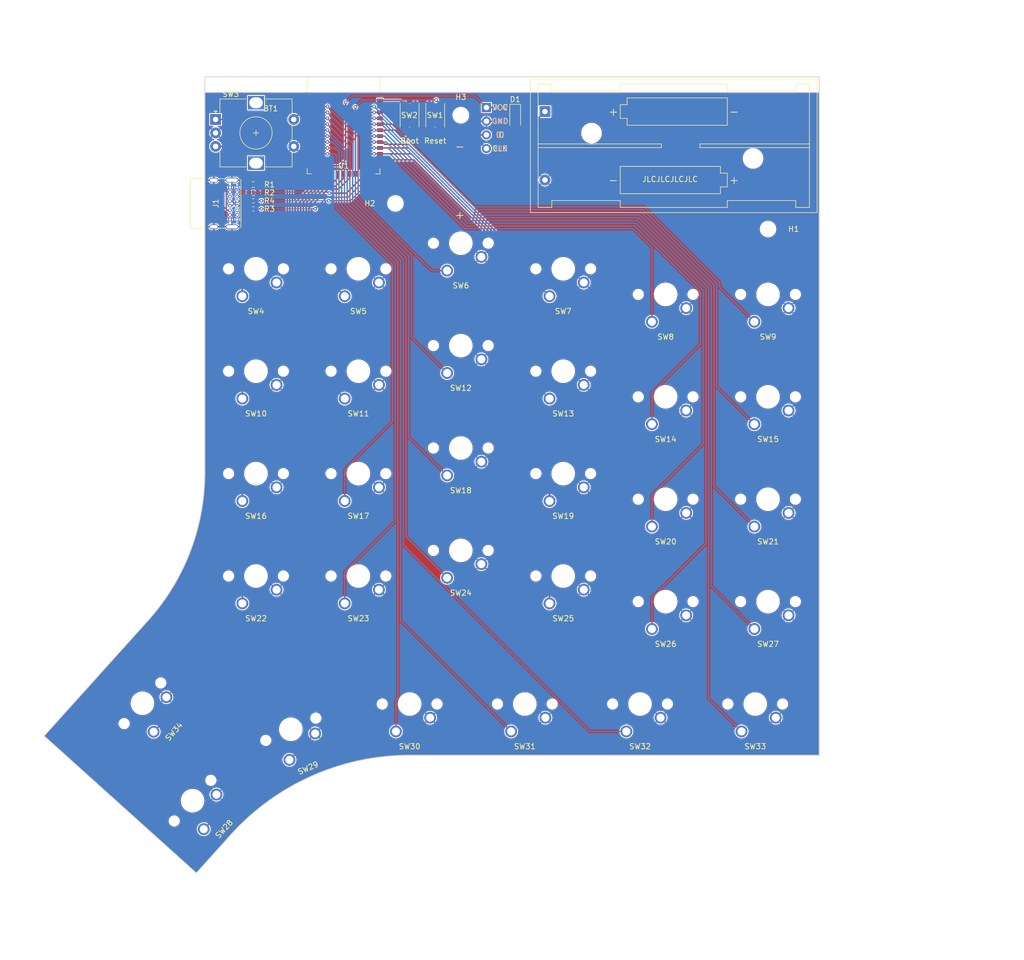
<source format=kicad_pcb>
(kicad_pcb (version 20210623) (generator pcbnew)
  (layers (0 "F.Cu" signal) (31 "B.Cu" signal) (34 "B.Paste" user) (35 "F.Paste" user) (36 "B.SilkS" user "B.Silkscreen") (37 "F.SilkS" user "F.Silkscreen") (38 "B.Mask" user) (39 "F.Mask" user) (44 "Edge.Cuts" user))
  (net 0 "")
  (net 1 "GND")
  (net 2 "VCC")
  (net 3 "ROT_B")
  (net 4 "ROT_A")
  (net 5 "S00")
  (net 6 "S01")
  (net 7 "S02")
  (net 8 "S03")
  (net 9 "S04")
  (net 10 "S05")
  (net 11 "S10")
  (net 12 "S11")
  (net 13 "S12")
  (net 14 "S13")
  (net 15 "S14")
  (net 16 "S15")
  (net 17 "S20")
  (net 18 "S21")
  (net 19 "S22")
  (net 20 "S23")
  (net 21 "S24")
  (net 22 "S25")
  (net 23 "S30")
  (net 24 "S31")
  (net 25 "S32")
  (net 26 "S33")
  (net 27 "S34")
  (net 28 "S35")
  (net 29 "S40")
  (net 30 "S41")
  (net 31 "S42")
  (net 32 "S43")
  (net 33 "S44")
  (net 34 "S45")
  (net 35 "S50")
  (net 36 "SWDIO")
  (net 37 "SWCLK")
  (net 38 "ROT_Switch")
  (net 43 "VBUS")
  (net 44 "D-")
  (net 45 "D+")
  (net 49 "RESET")
  (net 51 "BOOT")
  (net 52 "Net-(J1-PadA5)")
  (net 53 "Net-(J1-PadA6)")
  (net 54 "Net-(J1-PadA7)")
  (net 57 "Net-(J1-PadB5)")
  (net 58 "Net-(BT1-Pad1)")
  (footprint "blackwing:SW_Cherry_MX_1.00u_PCB" (layer "F.Cu") (at 181.85567 121.463724 180)
    (fp_text reference "SW27")
    (fp_text value "SW_Push")
  )
  (footprint "blackwing:SW_Cherry_MX_1.75u_PCB" (layer "F.Cu") (at 70.402309 140.530366 -132)
    (fp_text reference "SW34")
    (fp_text value "SW_Push")
  )
  (footprint "blackwing:SW_Cherry_MX_1.00u_PCB" (layer "F.Cu") (at 158.10567 140.463725 180)
    (fp_text reference "SW32")
    (fp_text value "SW_Push")
  )
  (footprint "blackwing:SW_Cherry_MX_1.00u_PCB" (layer "F.Cu") (at 162.85567 121.463725 180)
    (fp_text reference "SW26")
    (fp_text value "SW_Push")
  )
  (footprint "blackwing:SW_Cherry_MX_1.00u_PCB" (layer "F.Cu") (at 79.697254 158.601495 -132)
    (fp_text reference "SW28")
    (fp_text value "SW_Push")
  )
  (footprint "blackwing:SW_Cherry_MX_1.00u_PCB" (layer "F.Cu") (at 95.598488 145.742647 -156)
    (fp_text reference "SW29")
    (fp_text value "SW_Push")
  )
  (footprint "blackwing:SW_Cherry_MX_1.00u_PCB" (layer "F.Cu") (at 115.35567 140.463725 180)
    (fp_text reference "SW30")
    (fp_text value "SW_Push")
  )
  (footprint "blackwing:SW_Cherry_MX_1.25u_PCB" (layer "F.Cu") (at 136.730671 140.463725 180)
    (fp_text reference "SW31")
    (fp_text value "SW_Push")
  )
  (footprint "blackwing:SW_Cherry_MX_1.25u_PCB" (layer "F.Cu") (at 179.480672 140.463725 180)
    (fp_text reference "SW33")
    (fp_text value "SW_Push")
  )
  (footprint "blackwing:Programming_Header" (layer "F.Cu") (at 132.14567 24.708724)
    (fp_text reference "J2" hide)
    (fp_text value "Conn_01x04")
  )
  (footprint "blackwing:SW_Cherry_MX_1.00u_PCB" (layer "F.Cu") (at 105.855671 97.713726 180)
    (fp_text reference "SW17")
    (fp_text value "SW_Push")
  )
  (footprint "blackwing:SW_Cherry_MX_1.00u_PCB" (layer "F.Cu") (at 86.855672 97.713725 180)
    (fp_text reference "SW16")
    (fp_text value "SW_Push")
  )
  (footprint "blackwing:SW_Cherry_MX_1.00u_PCB" (layer "F.Cu") (at 181.855671 83.463725 180)
    (fp_text reference "SW15")
    (fp_text value "SW_Push")
  )
  (footprint "blackwing:SW_Cherry_MX_1.00u_PCB" (layer "F.Cu") (at 162.855671 83.463725 180)
    (fp_text reference "SW14")
    (fp_text value "SW_Push")
  )
  (footprint "blackwing:SW_Cherry_MX_1.00u_PCB" (layer "F.Cu") (at 143.855671 78.713726 180)
    (fp_text reference "SW13")
    (fp_text value "SW_Push")
  )
  (footprint "blackwing:SW_Cherry_MX_1.00u_PCB" (layer "F.Cu") (at 124.855672 73.963725 180)
    (fp_text reference "SW12")
    (fp_text value "SW_Push")
  )
  (footprint "blackwing:SW_Cherry_MX_1.00u_PCB" (layer "F.Cu") (at 105.85567 78.713725 180)
    (fp_text reference "SW11")
    (fp_text value "SW_Push")
  )
  (footprint "blackwing:SW_Cherry_MX_1.00u_PCB" (layer "F.Cu") (at 86.85567 78.713724 180)
    (fp_text reference "SW10")
    (fp_text value "SW_Push")
  )
  (footprint "blackwing:SW_Cherry_MX_1.00u_PCB" (layer "F.Cu") (at 181.85567 64.463725 180)
    (fp_text reference "SW9")
    (fp_text value "SW_Push")
  )
  (footprint "blackwing:SW_Cherry_MX_1.00u_PCB" (layer "F.Cu") (at 162.855671 64.463724 180)
    (fp_text reference "SW8")
    (fp_text value "SW_Push")
  )
  (footprint "blackwing:SW_Cherry_MX_1.00u_PCB" (layer "F.Cu") (at 143.85567 59.713726 180)
    (fp_text reference "SW7")
    (fp_text value "SW_Push")
  )
  (footprint "blackwing:SW_Cherry_MX_1.00u_PCB" (layer "F.Cu") (at 124.85567 54.963725 180)
    (fp_text reference "SW6")
    (fp_text value "SW_Push")
  )
  (footprint "blackwing:SW_Cherry_MX_1.00u_PCB" (layer "F.Cu") (at 105.855671 59.713724 180)
    (fp_text reference "SW5")
    (fp_text value "SW_Push")
  )
  (footprint "blackwing:SW_Cherry_MX_1.00u_PCB" (layer "F.Cu") (at 86.855671 59.713726 180)
    (fp_text reference "SW4")
    (fp_text value "SW_Push")
  )
  (footprint "blackwing:SW_Cherry_MX_1.00u_PCB" (layer "F.Cu") (at 143.855671 97.713725 180)
    (fp_text reference "SW19")
    (fp_text value "SW_Push")
  )
  (footprint "blackwing:SW_Cherry_MX_1.00u_PCB" (layer "F.Cu") (at 162.855671 102.463725 180)
    (fp_text reference "SW20")
    (fp_text value "SW_Push")
  )
  (footprint "blackwing:SW_Cherry_MX_1.00u_PCB" (layer "F.Cu") (at 181.85567 102.463725 180)
    (fp_text reference "SW21")
    (fp_text value "SW_Push")
  )
  (footprint "blackwing:SW_Cherry_MX_1.00u_PCB" (layer "F.Cu") (at 86.855671 116.713724 180)
    (fp_text reference "SW22")
    (fp_text value "SW_Push")
  )
  (footprint "blackwing:SW_Cherry_MX_1.00u_PCB" (layer "F.Cu") (at 105.85567 116.713726 180)
    (fp_text reference "SW23")
    (fp_text value "SW_Push")
  )
  (footprint "blackwing:SW_Cherry_MX_1.00u_PCB" (layer "F.Cu") (at 124.85567 111.963724 180)
    (fp_text reference "SW24")
    (fp_text value "SW_Push")
  )
  (footprint "blackwing:SW_Cherry_MX_1.00u_PCB" (layer "F.Cu") (at 143.855671 116.713725 180)
    (fp_text reference "SW25")
    (fp_text value "SW_Push")
  )
  (footprint "blackwing:SW_Cherry_MX_1.00u_PCB" (layer "F.Cu") (at 124.85567 92.963726 180)
    (fp_text reference "SW18")
    (fp_text value "SW_Push")
  )
  (footprint "MountingHole:MountingHole_2.7mm_M2.5_DIN965" (layer "F.Cu") (at 184.395671 47.254725)
    (fp_text reference "H1")
    (fp_text value "MountingHole")
  )
  (footprint "MountingHole:MountingHole_2.7mm_M2.5_DIN965" (layer "F.Cu") (at 115.26667 42.504725)
    (fp_text reference "H2")
    (fp_text value "MountingHole")
  )
  (footprint "Button_Switch_SMD:SW_Push_1P1T_NO_Vertical_Wuerth_434133025816" (layer "F.Cu") (at 122.64567 26.133725 -90)
    (fp_text reference "SW1")
    (fp_text value "SW_Push")
  )
  (footprint "MountingHole:MountingHole_2.7mm_M2.5_DIN965" (layer "F.Cu") (at 127.39567 26.133725)
    (fp_text reference "H3")
    (fp_text value "MountingHole")
  )
  (footprint "blackwing:HOLYIOT-18010-NRF52840" (layer "F.Cu") (at 98.89567 19.008726)
    (fp_text reference "U1")
    (fp_text value "HOLYIOT-18010-NRF52840")
  )
  (footprint "Diode_SMD:D_SOD-123" (layer "F.Cu") (at 137.47967 26.358724 -90)
    (fp_text reference "D1")
    (fp_text value "D")
  )
  (footprint "Connector_USB:USB_C_Receptacle_GCT_USB4085" (layer "F.Cu") (at 85.92067 39.533726 -90)
    (fp_text reference "J1")
    (fp_text value "USB_C_Receptacle_USB2.0")
  )
  (footprint "Resistor_SMD:R_0603_1608Metric" (layer "F.Cu") (at 88.895671 39.008725 180)
    (fp_text reference "R1")
    (fp_text value "5.1K")
  )
  (footprint "Resistor_SMD:R_0402_1005Metric" (layer "F.Cu") (at 88.89567 42.008726)
    (fp_text reference "R4")
    (fp_text value "22R")
  )
  (footprint "Battery:BatteryHolder_Keystone_2468_2xAAA" (layer "F.Cu") (at 143.00567 25.458725)
    (fp_text reference "BT1")
    (fp_text value "Battery")
  )
  (footprint "Button_Switch_SMD:SW_Push_1P1T_NO_Vertical_Wuerth_434133025816" (layer "F.Cu") (at 117.89567 26.133725 90)
    (fp_text reference "SW2")
    (fp_text value "SW_Push")
  )
  (footprint "Resistor_SMD:R_0603_1608Metric" (layer "F.Cu") (at 88.89567 40.508726 180)
    (fp_text reference "R2")
    (fp_text value "5.1K")
  )
  (footprint "Rotary_Encoder:RotaryEncoder_Alps_EC12E-Switch_Vertical_H20mm" (layer "F.Cu") (at 81.89567 26.922725)
    (fp_text reference "SW3")
    (fp_text value "RotaryEncoder_Switch")
  )
  (footprint "Resistor_SMD:R_0402_1005Metric" (layer "F.Cu") (at 88.89567 43.508726)
    (fp_text reference "R3")
    (fp_text value "22R")
  )
  (gr_circle (center 127.39567 26.133725) (end 130.16567 26.133725) (layer "F.Cu") (width 0.01) (fill none))
  (gr_line (start 50.085322 141.30451) (end 78.324824 166.731472) (layer "Edge.Cuts") (width 0.15))
  (gr_line (start 193.895671 144.883725) (end 117.895671 144.883726) (layer "Edge.Cuts") (width 0.15))
  (gr_line (start 78.324824 166.731472) (end 84.681566 159.671597) (layer "Edge.Cuts") (width 0.15))
  (gr_arc (start 38.83438 92.434813) (end 79.89567 92.723724) (angle 42) (layer "Edge.Cuts") (width 0.15))
  (gr_line (start 79.89567 19.008725) (end 193.89567 19.008725) (layer "Edge.Cuts") (width 0.15))
  (gr_line (start 79.89567 19.008725) (end 79.89567 92.723724) (layer "Edge.Cuts") (width 0.15))
  (gr_line (start 50.085322 141.30451) (end 69.155545 120.124882) (layer "Edge.Cuts") (width 0.15))
  (gr_line (start 193.89567 19.008725) (end 193.895671 144.883725) (layer "Edge.Cuts") (width 0.15))
  (gr_arc (start 117.89567 189.577711) (end 117.895671 144.883726) (angle -48) (layer "Edge.Cuts") (width 0.15))
  (gr_text "JLCJLCJLCJLC" (at 166.225071 38.008725) (layer "F.SilkS") (effects (font (size 1 1))))
  (gr_text "Boot" (at 117.89567 30.883725) (layer "F.SilkS") (effects (font (size 1 1))))
  (gr_text "Reset" (at 122.64567 30.883725) (layer "F.SilkS") (effects (font (size 1 1))))
  (segment (start 100.14567 36.555704) (end 100.14567 37.008726) (width 0.254) (layer "F.Cu") (net 2))
  (segment (start 101.192648 35.508726) (end 100.14567 36.555704) (width 0.254) (layer "F.Cu") (net 2))
  (segment (start 132.14567 24.708724) (end 137.47967 24.708724) (width 0.254) (layer "F.Cu") (net 2))
  (segment (start 106.02067 34.408726) (end 104.92067 35.508726) (width 0.254) (layer "F.Cu") (net 2))
  (segment (start 106.02067 23.758725) (end 106.02067 34.408726) (width 0.254) (layer "F.Cu") (net 2))
  (segment (start 104.92067 35.508726) (end 101.192648 35.508726) (width 0.254) (layer "F.Cu") (net 2))
  (via (at 106.02067 23.758725) (size 0.6858) (drill 0.3302) (layers "F.Cu" "B.Cu") (net 2))
  (segment (start 130.001671 22.564725) (end 107.21467 22.564725) (width 0.254) (layer "B.Cu") (net 2))
  (segment (start 107.21467 22.564725) (end 106.02067 23.758725) (width 0.254) (layer "B.Cu") (net 2))
  (segment (start 132.14567 24.708724) (end 130.001671 22.564725) (width 0.254) (layer "B.Cu") (net 2))
  (segment (start 89.519699 31.922725) (end 96.933698 24.508726) (width 0.254) (layer "F.Cu") (net 3))
  (segment (start 96.933698 24.508726) (end 98.89567 24.508726) (width 0.254) (layer "F.Cu") (net 3))
  (segment (start 81.89567 31.922725) (end 89.519699 31.922725) (width 0.254) (layer "F.Cu") (net 3))
  (segment (start 81.89567 26.922725) (end 93.878337 26.922725) (width 0.254) (layer "F.Cu") (net 4))
  (segment (start 93.878337 26.922725) (end 97.392336 23.408726) (width 0.254) (layer "F.Cu") (net 4))
  (segment (start 97.392336 23.408726) (end 98.89567 23.408726) (width 0.254) (layer "F.Cu") (net 4))
  (segment (start 86.855671 53.757579) (end 86.855671 59.713726) (width 0.254) (layer "F.Cu") (net 5))
  (segment (start 95.190159 45.423091) (end 86.855671 53.757579) (width 0.254) (layer "F.Cu") (net 5))
  (segment (start 95.190159 36.668876) (end 95.190159 45.423091) (width 0.254) (layer "F.Cu") (net 5))
  (segment (start 98.89567 33.308726) (end 98.09167 33.308726) (width 0.254) (layer "F.Cu") (net 5))
  (segment (start 95.198681 36.660353) (end 95.190159 36.668876) (width 0.254) (layer "F.Cu") (net 5))
  (segment (start 95.198681 36.201715) (end 95.198681 36.660353) (width 0.254) (layer "F.Cu") (net 5))
  (segment (start 98.09167 33.308726) (end 95.198681 36.201715) (width 0.254) (layer "F.Cu") (net 5))
  (segment (start 106.74567 37.812726) (end 104.721671 39.836725) (width 0.254) (layer "F.Cu") (net 6))
  (segment (start 102.75567 39.836725) (end 99.19967 43.392725) (width 0.254) (layer "F.Cu") (net 6))
  (segment (start 104.721671 39.836725) (end 102.75567 39.836725) (width 0.254) (layer "F.Cu") (net 6))
  (segment (start 99.19967 53.057723) (end 105.855671 59.713724) (width 0.254) (layer "F.Cu") (net 6))
  (segment (start 106.74567 37.008726) (end 106.74567 37.812726) (width 0.254) (layer "F.Cu") (net 6))
  (segment (start 99.19967 43.392725) (end 99.19967 53.057723) (width 0.254) (layer "F.Cu") (net 6))
  (segment (start 101.39567 24.508726) (end 102.64967 24.508726) (width 0.254) (layer "F.Cu") (net 7))
  (via (at 102.64967 24.508726) (size 0.6858) (drill 0.3302) (layers "F.Cu" "B.Cu") (net 7))
  (segment (start 118.75767 51.774725) (end 121.94667 54.963725) (width 0.254) (layer "B.Cu") (net 7))
  (segment (start 102.64967 24.508726) (end 108.34367 30.202726) (width 0.254) (layer "B.Cu") (net 7))
  (segment (start 121.94667 54.963725) (end 124.85567 54.963725) (width 0.254) (layer "B.Cu") (net 7))
  (segment (start 108.34367 33.060725) (end 108.34367 41.360725) (width 0.254) (layer "B.Cu") (net 7))
  (segment (start 108.34367 41.360725) (end 118.75767 51.774725) (width 0.254) (layer "B.Cu") (net 7))
  (segment (start 108.34367 30.202726) (end 108.34367 33.060725) (width 0.254) (layer "B.Cu") (net 7))
  (segment (start 117.712111 31.532215) (end 138.05367 51.873774) (width 0.254) (layer "F.Cu") (net 8))
  (segment (start 112.848692 31.108726) (end 113.272181 31.532215) (width 0.254) (layer "F.Cu") (net 8))
  (segment (start 138.05367 53.911726) (end 143.85567 59.713726) (width 0.254) (layer "F.Cu") (net 8))
  (segment (start 138.05367 51.873774) (end 138.05367 53.911726) (width 0.254) (layer "F.Cu") (net 8))
  (segment (start 112.39567 31.108726) (end 112.848692 31.108726) (width 0.254) (layer "F.Cu") (net 8))
  (segment (start 113.272181 31.532215) (end 117.712111 31.532215) (width 0.254) (layer "F.Cu") (net 8))
  (segment (start 109.89567 33.308726) (end 111.303268 33.308726) (width 0.254) (layer "F.Cu") (net 9))
  (via (at 111.303268 33.308726) (size 0.6858) (drill 0.3302) (layers "F.Cu" "B.Cu") (net 9))
  (segment (start 128.155657 47.202725) (end 114.261658 33.308726) (width 0.254) (layer "B.Cu") (net 9))
  (segment (start 114.261658 33.308726) (end 111.303268 33.308726) (width 0.254) (layer "B.Cu") (net 9))
  (segment (start 159.39767 47.202725) (end 128.155657 47.202725) (width 0.254) (layer "B.Cu") (net 9))
  (segment (start 162.855671 50.660726) (end 159.39767 47.202725) (width 0.254) (layer "B.Cu") (net 9))
  (segment (start 162.855671 64.463724) (end 162.855671 50.660726) (width 0.254) (layer "B.Cu") (net 9))
  (segment (start 109.89567 24.508726) (end 111.303268 24.508726) (width 0.254) (layer "F.Cu") (net 10))
  (via (at 111.303268 24.508726) (size 0.6858) (drill 0.3302) (layers "F.Cu" "B.Cu") (net 10))
  (segment (start 161.42967 43.138725) (end 175.39967 57.108725) (width 0.254) (layer "B.Cu") (net 10))
  (segment (start 175.39967 58.007725) (end 181.85567 64.463725) (width 0.254) (layer "B.Cu") (net 10))
  (segment (start 129.93367 43.138725) (end 161.42967 43.138725) (width 0.254) (layer "B.Cu") (net 10))
  (segment (start 175.39967 57.108725) (end 175.39967 58.007725) (width 0.254) (layer "B.Cu") (net 10))
  (segment (start 111.303671 24.508726) (end 129.93367 43.138725) (width 0.254) (layer "B.Cu") (net 10))
  (segment (start 95.64367 55.12958) (end 95.64367 64.095525) (width 0.254) (layer "F.Cu") (net 11))
  (segment (start 95.652192 55.121058) (end 95.64367 55.12958) (width 0.254) (layer "F.Cu") (net 11))
  (segment (start 98.89567 34.408726) (end 98.09167 34.408726) (width 0.254) (layer "F.Cu") (net 11))
  (segment (start 98.09167 34.408726) (end 95.64367 36.856726) (width 0.254) (layer "F.Cu") (net 11))
  (segment (start 95.652192 54.146394) (end 95.652192 55.121058) (width 0.254) (layer "F.Cu") (net 11))
  (segment (start 95.64367 64.095525) (end 86.85567 72.883525) (width 0.254) (layer "F.Cu") (net 11))
  (segment (start 95.64367 54.137872) (end 95.652192 54.146394) (width 0.254) (layer "F.Cu") (net 11))
  (segment (start 86.85567 72.883525) (end 86.85567 78.713724) (width 0.254) (layer "F.Cu") (net 11))
  (segment (start 95.64367 36.856726) (end 95.64367 54.137872) (width 0.254) (layer "F.Cu") (net 11))
  (segment (start 104.129671 39.328725) (end 102.50167 39.328725) (width 0.254) (layer "F.Cu") (net 12))
  (segment (start 105.64567 37.812726) (end 104.129671 39.328725) (width 0.254) (layer "F.Cu") (net 12))
  (segment (start 105.64567 37.008726) (end 105.64567 37.812726) (width 0.254) (layer "F.Cu") (net 12))
  (segment (start 98.69167 71.549725) (end 105.85567 78.713725) (width 0.254) (layer "F.Cu") (net 12))
  (segment (start 98.69167 43.138725) (end 98.69167 71.549725) (width 0.254) (layer "F.Cu") (net 12))
  (segment (start 102.50167 39.328725) (end 98.69167 43.138725) (width 0.254) (layer "F.Cu") (net 12))
  (segment (start 101.39567 25.608726) (end 102.64967 25.608726) (width 0.254) (layer "F.Cu") (net 13))
  (via (at 102.64967 25.608726) (size 0.6858) (drill 0.3302) (layers "F.Cu" "B.Cu") (net 13))
  (segment (start 107.83567 41.614725) (end 118.24967 52.028725) (width 0.254) (layer "B.Cu") (net 13))
  (segment (start 118.24967 67.357723) (end 124.855672 73.963725) (width 0.254) (layer "B.Cu") (net 13))
  (segment (start 107.83567 30.794726) (end 107.83567 41.614725) (width 0.254) (layer "B.Cu") (net 13))
  (segment (start 102.64967 25.608726) (end 107.83567 30.794726) (width 0.254) (layer "B.Cu") (net 13))
  (segment (start 118.24967 52.028725) (end 118.24967 67.357723) (width 0.254) (layer "B.Cu") (net 13))
  (segment (start 117.74726 32.208726) (end 137.55367 52.015136) (width 0.254) (layer "F.Cu") (net 14))
  (segment (start 137.55367 72.411725) (end 143.855671 78.713726) (width 0.254) (layer "F.Cu") (net 14))
  (segment (start 112.39567 32.208726) (end 117.74726 32.208726) (width 0.254) (layer "F.Cu") (net 14))
  (segment (start 137.55367 52.015136) (end 137.55367 72.411725) (width 0.254) (layer "F.Cu") (net 14))
  (segment (start 109.89567 32.208726) (end 111.303268 32.208726) (width 0.254) (layer "F.Cu") (net 15))
  (via (at 111.303268 32.208726) (size 0.6858) (drill 0.3302) (layers "F.Cu" "B.Cu") (net 15))
  (segment (start 128.40967 46.694725) (end 159.65167 46.694725) (width 0.254) (layer "B.Cu") (net 15))
  (segment (start 111.303268 32.208726) (end 113.923671 32.208726) (width 0.254) (layer "B.Cu") (net 15))
  (segment (start 162.855671 77.633526) (end 162.855671 83.463725) (width 0.254) (layer "B.Cu") (net 15))
  (segment (start 171.84367 68.645527) (end 162.855671 77.633526) (width 0.254) (layer "B.Cu") (net 15))
  (segment (start 159.65167 46.694725) (end 171.84367 58.886725) (width 0.254) (layer "B.Cu") (net 15))
  (segment (start 171.84367 58.886725) (end 171.84367 68.645527) (width 0.254) (layer "B.Cu") (net 15))
  (segment (start 113.923671 32.208726) (end 128.40967 46.694725) (width 0.254) (layer "B.Cu") (net 15))
  (segment (start 109.89567 25.608726) (end 111.303268 25.608726) (width 0.254) (layer "F.Cu") (net 16))
  (via (at 111.303268 25.608726) (size 0.6858) (drill 0.3302) (layers "F.Cu" "B.Cu") (net 16))
  (segment (start 111.303268 25.608726) (end 111.762309 25.608726) (width 0.254) (layer "B.Cu") (net 16))
  (segment (start 174.89167 57.362725) (end 174.89167 76.499724) (width 0.254) (layer "B.Cu") (net 16))
  (segment (start 161.17567 43.646725) (end 174.89167 57.362725) (width 0.254) (layer "B.Cu") (net 16))
  (segment (start 111.762309 25.608726) (end 129.800308 43.646725) (width 0.254) (layer "B.Cu") (net 16))
  (segment (start 174.89167 76.499724) (end 181.855671 83.463725) (width 0.254) (layer "B.Cu") (net 16))
  (segment (start 129.800308 43.646725) (end 161.17567 43.646725) (width 0.254) (layer "B.Cu") (net 16))
  (segment (start 98.89567 35.508726) (end 96.15167 38.252726) (width 0.254) (layer "F.Cu") (net 17))
  (segment (start 86.855672 91.883526) (end 86.855672 97.713725) (width 0.254) (layer "F.Cu") (net 17))
  (segment (start 96.15167 82.587528) (end 86.855672 91.883526) (width 0.254) (layer "F.Cu") (net 17))
  (segment (start 96.15167 38.252726) (end 96.15167 82.587528) (width 0.254) (layer "F.Cu") (net 17))
  (segment (start 101.39567 33.308726) (end 102.64967 33.308726) (width 0.254) (layer "F.Cu") (net 18))
  (via (at 102.64967 33.308726) (size 0.6858) (drill 0.3302) (layers "F.Cu" "B.Cu") (net 18))
  (segment (start 114.69367 83.045528) (end 114.69367 53.806725) (width 0.254) (layer "B.Cu") (net 18))
  (segment (start 104.27967 33.486725) (end 104.101671 33.308726) (width 0.254) (layer "B.Cu") (net 18))
  (segment (start 105.855671 97.713726) (end 105.855671 91.883527) (width 0.254) (layer "B.Cu") (net 18))
  (segment (start 104.27967 43.392725) (end 104.27967 33.486725) (width 0.254) (layer "B.Cu") (net 18))
  (segment (start 105.855671 91.883527) (end 114.69367 83.045528) (width 0.254) (layer "B.Cu") (net 18))
  (segment (start 114.69367 53.806725) (end 104.27967 43.392725) (width 0.254) (layer "B.Cu") (net 18))
  (segment (start 104.101671 33.308726) (end 102.64967 33.308726) (width 0.254) (layer "B.Cu") (net 18))
  (segment (start 101.39567 26.708726) (end 102.64967 26.708726) (width 0.254) (layer "F.Cu") (net 19))
  (via (at 102.64967 26.708726) (size 0.6858) (drill 0.3302) (layers "F.Cu" "B.Cu") (net 19))
  (segment (start 107.32767 41.868725) (end 117.74167 52.282725) (width 0.254) (layer "B.Cu") (net 19))
  (segment (start 117.74167 52.282725) (end 117.74167 85.849726) (width 0.254) (layer "B.Cu") (net 19))
  (segment (start 117.74167 85.849726) (end 124.85567 92.963726) (width 0.254) (layer "B.Cu") (net 19))
  (segment (start 102.64967 26.708726) (end 107.32767 31.386726) (width 0.254) (layer "B.Cu") (net 19))
  (segment (start 107.32767 31.386726) (end 107.32767 41.868725) (width 0.254) (layer "B.Cu") (net 19))
  (segment (start 137.100159 86.561625) (end 143.855671 93.317137) (width 0.254) (layer "F.Cu") (net 20))
  (segment (start 112.39567 33.308726) (end 118.205886 33.308726) (width 0.254) (layer "F.Cu") (net 20))
  (segment (start 137.100159 52.202999) (end 137.100159 86.561625) (width 0.254) (layer "F.Cu") (net 20))
  (segment (start 118.205886 33.308726) (end 137.100159 52.202999) (width 0.254) (layer "F.Cu") (net 20))
  (segment (start 143.855671 93.317137) (end 143.855671 97.713725) (width 0.254) (layer "F.Cu") (net 20))
  (segment (start 109.89567 31.108726) (end 111.303268 31.108726) (width 0.254) (layer "F.Cu") (net 21))
  (via (at 111.303268 31.108726) (size 0.6858) (drill 0.3302) (layers "F.Cu" "B.Cu") (net 21))
  (segment (start 113.585671 31.108726) (end 128.66367 46.186725) (width 0.254) (layer "B.Cu") (net 21))
  (segment (start 162.855671 96.633526) (end 162.855671 102.463725) (width 0.254) (layer "B.Cu") (net 21))
  (segment (start 128.66367 46.186725) (end 159.90567 46.186725) (width 0.254) (layer "B.Cu") (net 21))
  (segment (start 159.90567 46.186725) (end 172.35167 58.632725) (width 0.254) (layer "B.Cu") (net 21))
  (segment (start 172.35167 58.632725) (end 172.35167 87.137527) (width 0.254) (layer "B.Cu") (net 21))
  (segment (start 172.35167 87.137527) (end 162.855671 96.633526) (width 0.254) (layer "B.Cu") (net 21))
  (segment (start 111.303268 31.108726) (end 113.585671 31.108726) (width 0.254) (layer "B.Cu") (net 21))
  (segment (start 109.89567 26.708726) (end 111.303268 26.708726) (width 0.254) (layer "F.Cu") (net 22))
  (via (at 111.303268 26.708726) (size 0.6858) (drill 0.3302) (layers "F.Cu" "B.Cu") (net 22))
  (segment (start 174.38367 94.991725) (end 181.85567 102.463725) (width 0.254) (layer "B.Cu") (net 22))
  (segment (start 129.666946 44.154725) (end 160.92167 44.154725) (width 0.254) (layer "B.Cu") (net 22))
  (segment (start 111.303268 26.708726) (end 112.220947 26.708726) (width 0.254) (layer "B.Cu") (net 22))
  (segment (start 160.92167 44.154725) (end 174.38367 57.616725) (width 0.254) (layer "B.Cu") (net 22))
  (segment (start 112.220947 26.708726) (end 129.666946 44.154725) (width 0.254) (layer "B.Cu") (net 22))
  (segment (start 174.38367 57.616725) (end 174.38367 94.991725) (width 0.254) (layer "B.Cu") (net 22))
  (segment (start 96.65967 101.079526) (end 86.855671 110.883525) (width 0.254) (layer "F.Cu") (net 23))
  (segment (start 86.855671 110.883525) (end 86.855671 116.713724) (width 0.254) (layer "F.Cu") (net 23))
  (segment (start 96.65967 42.376725) (end 96.65967 101.079526) (width 0.254) (layer "F.Cu") (net 23))
  (segment (start 101.24567 37.790725) (end 96.65967 42.376725) (width 0.254) (layer "F.Cu") (net 23))
  (segment (start 101.24567 37.008726) (end 101.24567 37.790725) (width 0.254) (layer "F.Cu") (net 23))
  (segment (start 101.39567 32.208726) (end 102.64967 32.208726) (width 0.254) (layer "F.Cu") (net 24))
  (via (at 102.64967 32.208726) (size 0.6858) (drill 0.3302) (layers "F.Cu" "B.Cu") (net 24))
  (segment (start 115.20167 53.552725) (end 115.20167 101.537527) (width 0.254) (layer "B.Cu") (net 24))
  (segment (start 104.017671 32.208726) (end 104.78767 32.978725) (width 0.254) (layer "B.Cu") (net 24))
  (segment (start 104.78767 43.138725) (end 115.20167 53.552725) (width 0.254) (layer "B.Cu") (net 24))
  (segment (start 104.78767 32.978725) (end 104.78767 43.138725) (width 0.254) (layer "B.Cu") (net 24))
  (segment (start 115.20167 101.537527) (end 105.85567 110.883527) (width 0.254) (layer "B.Cu") (net 24))
  (segment (start 104.017671 32.208726) (end 102.64967 32.208726) (width 0.254) (layer "B.Cu") (net 24))
  (segment (start 105.85567 110.883527) (end 105.85567 116.713726) (width 0.254) (layer "B.Cu") (net 24))
  (segment (start 101.39567 27.808726) (end 102.64967 27.808726) (width 0.254) (layer "F.Cu") (net 25))
  (via (at 102.64967 27.808726) (size 0.6858) (drill 0.3302) (layers "F.Cu" "B.Cu") (net 25))
  (segment (start 102.64967 27.808726) (end 106.81967 31.978726) (width 0.254) (layer "B.Cu") (net 25))
  (segment (start 106.81967 31.978726) (end 106.81967 42.122725) (width 0.254) (layer "B.Cu") (net 25))
  (segment (start 117.23367 104.341724) (end 124.85567 111.963724) (width 0.254) (layer "B.Cu") (net 25))
  (segment (start 106.81967 42.122725) (end 117.23367 52.536725) (width 0.254) (layer "B.Cu") (net 25))
  (segment (start 117.23367 52.536725) (end 117.23367 104.341724) (width 0.254) (layer "B.Cu") (net 25))
  (segment (start 112.39567 34.408726) (end 118.664524 34.408726) (width 0.254) (layer "F.Cu") (net 26))
  (segment (start 118.664524 34.408726) (end 136.55367 52.297872) (width 0.254) (layer "F.Cu") (net 26))
  (segment (start 136.55367 52.297872) (end 136.55367 105.015136) (width 0.254) (layer "F.Cu") (net 26))
  (segment (start 143.855671 112.317137) (end 143.855671 116.713725) (width 0.254) (layer "F.Cu") (net 26))
  (segment (start 136.55367 105.015136) (end 143.855671 112.317137) (width 0.254) (layer "F.Cu") (net 26))
  (segment (start 109.89567 30.008726) (end 111.303268 30.008726) (width 0.254) (layer "F.Cu") (net 27))
  (via (at 111.303268 30.008726) (size 0.6858) (drill 0.3302) (layers "F.Cu" "B.Cu") (net 27))
  (segment (start 172.85967 105.629526) (end 162.85567 115.633526) (width 0.254) (layer "B.Cu") (net 27))
  (segment (start 160.15967 45.678725) (end 172.85967 58.378725) (width 0.254) (layer "B.Cu") (net 27))
  (segment (start 111.303268 30.008726) (end 113.247671 30.008726) (width 0.254) (layer "B.Cu") (net 27))
  (segment (start 162.85567 115.633526) (end 162.85567 121.463725) (width 0.254) (layer "B.Cu") (net 27))
  (segment (start 113.247671 30.008726) (end 128.91767 45.678725) (width 0.254) (layer "B.Cu") (net 27))
  (segment (start 128.91767 45.678725) (end 160.15967 45.678725) (width 0.254) (layer "B.Cu") (net 27))
  (segment (start 172.85967 58.378725) (end 172.85967 105.629526) (width 0.254) (layer "B.Cu") (net 27))
  (segment (start 109.89567 27.808726) (end 111.303268 27.808726) (width 0.254) (layer "F.Cu") (net 28))
  (via (at 111.303268 27.808726) (size 0.6858) (drill 0.3302) (layers "F.Cu" "B.Cu") (net 28))
  (segment (start 173.87567 113.483724) (end 181.85567 121.463724) (width 0.254) (layer "B.Cu") (net 28))
  (segment (start 129.533584 44.662725) (end 160.66767 44.662725) (width 0.254) (layer "B.Cu") (net 28))
  (segment (start 173.87567 57.870725) (end 173.87567 113.483724) (width 0.254) (layer "B.Cu") (net 28))
  (segment (start 112.679585 27.808726) (end 129.533584 44.662725) (width 0.254) (layer "B.Cu") (net 28))
  (segment (start 160.66767 44.662725) (end 173.87567 57.870725) (width 0.254) (layer "B.Cu") (net 28))
  (segment (start 111.303268 27.808726) (end 112.679585 27.808726) (width 0.254) (layer "B.Cu") (net 28))
  (segment (start 85.22967 139.658725) (end 85.22967 153.069079) (width 0.254) (layer "F.Cu") (net 29))
  (segment (start 85.22967 153.069079) (end 79.697254 158.601495) (width 0.254) (layer "F.Cu") (net 29))
  (segment (start 102.127044 38.312725) (end 97.67567 42.764099) (width 0.254) (layer "F.Cu") (net 29))
  (segment (start 97.67567 127.212725) (end 85.22967 139.658725) (width 0.254) (layer "F.Cu") (net 29))
  (segment (start 103.44567 37.008726) (end 103.44567 37.796236) (width 0.254) (layer "F.Cu") (net 29))
  (segment (start 102.929181 38.312725) (end 102.127044 38.312725) (width 0.254) (layer "F.Cu") (net 29))
  (segment (start 97.67567 42.764099) (end 97.67567 127.212725) (width 0.254) (layer "F.Cu") (net 29))
  (segment (start 103.44567 37.796236) (end 102.929181 38.312725) (width 0.254) (layer "F.Cu") (net 29))
  (segment (start 98.18367 143.157465) (end 95.598488 145.742647) (width 0.254) (layer "F.Cu") (net 30))
  (segment (start 103.51767 38.820725) (end 102.260418 38.820725) (width 0.254) (layer "F.Cu") (net 30))
  (segment (start 104.54567 37.792725) (end 103.51767 38.820725) (width 0.254) (layer "F.Cu") (net 30))
  (segment (start 104.54567 37.008726) (end 104.54567 37.792725) (width 0.254) (layer "F.Cu") (net 30))
  (segment (start 98.18367 42.897473) (end 98.18367 143.157465) (width 0.254) (layer "F.Cu") (net 30))
  (segment (start 102.260418 38.820725) (end 98.18367 42.897473) (width 0.254) (layer "F.Cu") (net 30))
  (segment (start 101.39567 31.108726) (end 102.64967 31.108726) (width 0.254) (layer "F.Cu") (net 31))
  (via (at 102.64967 31.108726) (size 0.6858) (drill 0.3302) (layers "F.Cu" "B.Cu") (net 31))
  (segment (start 115.35567 134.633526) (end 115.35567 140.463725) (width 0.254) (layer "B.Cu") (net 31))
  (segment (start 115.70967 53.298725) (end 115.70967 134.279526) (width 0.254) (layer "B.Cu") (net 31))
  (segment (start 103.559033 31.108726) (end 105.29567 32.845363) (width 0.254) (layer "B.Cu") (net 31))
  (segment (start 105.29567 42.884725) (end 115.70967 53.298725) (width 0.254) (layer "B.Cu") (net 31))
  (segment (start 103.559033 31.108726) (end 102.64967 31.108726) (width 0.254) (layer "B.Cu") (net 31))
  (segment (start 105.29567 32.845363) (end 105.29567 42.884725) (width 0.254) (layer "B.Cu") (net 31))
  (segment (start 115.70967 134.279526) (end 115.35567 134.633526) (width 0.254) (layer "B.Cu") (net 31))
  (segment (start 101.39567 30.008726) (end 102.64967 30.008726) (width 0.254) (layer "F.Cu") (net 32))
  (via (at 102.64967 30.008726) (size 0.6858) (drill 0.3302) (layers "F.Cu" "B.Cu") (net 32))
  (segment (start 116.21767 119.950724) (end 136.730671 140.463725) (width 0.254) (layer "B.Cu") (net 32))
  (segment (start 105.80367 42.630725) (end 116.21767 53.044725) (width 0.254) (layer "B.Cu") (net 32))
  (segment (start 116.21767 53.044725) (end 116.21767 119.950724) (width 0.254) (layer "B.Cu") (net 32))
  (segment (start 103.100394 30.008726) (end 102.64967 30.008726) (width 0.254) (layer "B.Cu") (net 32))
  (segment (start 105.80367 32.712002) (end 105.80367 42.630725) (width 0.254) (layer "B.Cu") (net 32))
  (segment (start 103.100394 30.008726) (end 105.80367 32.712002) (width 0.254) (layer "B.Cu") (net 32))
  (segment (start 101.39567 28.908726) (end 102.64967 28.908726) (width 0.254) (layer "F.Cu") (net 33))
  (via (at 102.64967 28.908726) (size 0.6858) (drill 0.3302) (layers "F.Cu" "B.Cu") (net 33))
  (segment (start 102.64967 28.908726) (end 106.31167 32.570726) (width 0.254) (layer "B.Cu") (net 33))
  (segment (start 106.31167 42.376725) (end 116.72567 52.790725) (width 0.254) (layer "B.Cu") (net 33))
  (segment (start 151.338279 140.463725) (end 158.10567 140.463725) (width 0.254) (layer "B.Cu") (net 33))
  (segment (start 106.31167 32.570726) (end 106.31167 42.376725) (width 0.254) (layer "B.Cu") (net 33))
  (segment (start 116.72567 52.790725) (end 116.72567 105.851116) (width 0.254) (layer "B.Cu") (net 33))
  (segment (start 116.72567 105.851116) (end 151.338279 140.463725) (width 0.254) (layer "B.Cu") (net 33))
  (segment (start 109.89567 28.908726) (end 111.303268 28.908726) (width 0.254) (layer "F.Cu") (net 34))
  (via (at 111.303268 28.908726) (size 0.6858) (drill 0.3302) (layers "F.Cu" "B.Cu") (net 34))
  (segment (start 129.17167 45.170725) (end 160.41367 45.170725) (width 0.254) (layer "B.Cu") (net 34))
  (segment (start 111.303268 28.908726) (end 112.909671 28.908726) (width 0.254) (layer "B.Cu") (net 34))
  (segment (start 173.36767 134.350723) (end 179.480672 140.463725) (width 0.254) (layer "B.Cu") (net 34))
  (segment (start 173.36767 58.124725) (end 173.36767 134.350723) (width 0.254) (layer "B.Cu") (net 34))
  (segment (start 112.909671 28.908726) (end 129.17167 45.170725) (width 0.254) (layer "B.Cu") (net 34))
  (segment (start 160.41367 45.170725) (end 173.36767 58.124725) (width 0.254) (layer "B.Cu") (net 34))
  (segment (start 97.16767 113.765005) (end 70.402309 140.530366) (width 0.254) (layer "F.Cu") (net 35))
  (segment (start 97.16767 42.630725) (end 97.16767 113.765005) (width 0.254) (layer "F.Cu") (net 35))
  (segment (start 102.34567 37.452725) (end 97.16767 42.630725) (width 0.254) (layer "F.Cu") (net 35))
  (segment (start 102.34567 37.008726) (end 102.34567 37.452725) (width 0.254) (layer "F.Cu") (net 35))
  (segment (start 116.897647 29.788724) (end 132.14567 29.788724) (width 0.254) (layer "F.Cu") (net 36))
  (segment (start 114.917649 27.808726) (end 116.897647 29.788724) (width 0.254) (layer "F.Cu") (net 36))
  (segment (start 112.39567 27.808726) (end 114.917649 27.808726) (width 0.254) (layer "F.Cu") (net 36))
  (segment (start 117.160287 30.692725) (end 130.509671 30.692725) (width 0.254) (layer "F.Cu") (net 37))
  (segment (start 112.39567 28.908726) (end 115.376288 28.908726) (width 0.254) (layer "F.Cu") (net 37))
  (segment (start 130.509671 30.692725) (end 132.14567 32.328724) (width 0.254) (layer "F.Cu") (net 37))
  (segment (start 115.376288 28.908726) (end 117.160287 30.692725) (width 0.254) (layer "F.Cu") (net 37))
  (segment (start 96.39567 26.922725) (end 97.709669 25.608726) (width 0.254) (layer "F.Cu") (net 38))
  (segment (start 97.709669 25.608726) (end 98.89567 25.608726) (width 0.254) (layer "F.Cu") (net 38))
  (segment (start 108.94567 37.812726) (end 106.159671 40.598725) (width 0.254) (layer "F.Cu") (net 43))
  (segment (start 85.92067 44.633726) (end 84.57067 44.633726) (width 0.254) (layer "F.Cu") (net 43))
  (segment (start 84.57067 40.383726) (end 85.92067 40.383726) (width 0.254) (layer "F.Cu") (net 43))
  (segment (start 108.94567 37.008726) (end 108.94567 37.812726) (width 0.254) (layer "F.Cu") (net 43))
  (segment (start 106.159671 40.598725) (end 103.00967 40.598725) (width 0.254) (layer "F.Cu") (net 43))
  (via (at 103.00967 40.598725) (size 0.6858) (drill 0.3302) (layers "F.Cu" "B.Cu") (net 43))
  (segment (start 83.894159 40.565263) (end 83.894159 44.452189) (width 0.254) (layer "B.Cu") (net 43))
  (segment (start 85.92067 40.383726) (end 102.794671 40.383726) (width 0.254) (layer "B.Cu") (net 43))
  (segment (start 102.794671 40.383726) (end 103.00967 40.598725) (width 0.254) (layer "B.Cu") (net 43))
  (segment (start 84.075696 40.383726) (end 83.894159 40.565263) (width 0.254) (layer "B.Cu") (net 43))
  (segment (start 83.894159 44.452189) (end 84.075696 44.633726) (width 0.254) (layer "B.Cu") (net 43))
  (segment (start 84.57067 40.383726) (end 84.075696 40.383726) (width 0.254) (layer "B.Cu") (net 43))
  (segment (start 84.075696 44.633726) (end 84.57067 44.633726) (width 0.254) (layer "B.Cu") (net 43))
  (segment (start 110.04567 37.008726) (end 110.04567 37.758726) (width 0.2) (layer "F.Cu") (net 44))
  (segment (start 89.40567 43.508726) (end 90.39567 43.508726) (width 0.2) (layer "F.Cu") (net 44))
  (segment (start 106.443671 41.360725) (end 102.543671 41.360725) (width 0.2) (layer "F.Cu") (net 44))
  (segment (start 110.04567 37.758726) (end 106.443671 41.360725) (width 0.2) (layer "F.Cu") (net 44))
  (segment (start 102.543671 41.360725) (end 100.39567 43.508726) (width 0.2) (layer "F.Cu") (net 44))
  (via (at 100.39567 43.508726) (size 0.6858) (drill 0.3302) (layers "F.Cu" "B.Cu") (net 44))
  (via (at 90.39567 43.508726) (size 0.6858) (drill 0.3302) (layers "F.Cu" "B.Cu") (net 44))
  (segment (start 90.39567 43.508726) (end 100.39567 43.508726) (width 0.2) (layer "B.Cu") (net 44))
  (segment (start 111.14567 37.008726) (end 111.14567 37.758726) (width 0.2) (layer "F.Cu") (net 45))
  (segment (start 106.89567 42.008726) (end 102.89567 42.008726) (width 0.2) (layer "F.Cu") (net 45))
  (segment (start 111.14567 37.758726) (end 106.89567 42.008726) (width 0.2) (layer "F.Cu") (net 45))
  (segment (start 89.40567 42.008726) (end 90.39567 42.008726) (width 0.2) (layer "F.Cu") (net 45))
  (via (at 90.39567 42.008726) (size 0.6858) (drill 0.3302) (layers "F.Cu" "B.Cu") (net 45))
  (via (at 102.89567 42.008726) (size 0.6858) (drill 0.3302) (layers "F.Cu" "B.Cu") (net 45))
  (segment (start 90.39567 42.008726) (end 102.89567 42.008726) (width 0.2) (layer "B.Cu") (net 45))
  (segment (start 123.72067 24.058725) (end 123.72067 28.208725) (width 0.254) (layer "F.Cu") (net 49))
  (segment (start 123.72067 24.058725) (end 123.55367 24.058725) (width 0.254) (layer "F.Cu") (net 49))
  (segment (start 107.84567 24.606725) (end 107.83567 24.596725) (width 0.254) (layer "F.Cu") (net 49))
  (segment (start 123.55367 24.058725) (end 122.82167 23.326725) (width 0.254) (layer "F.Cu") (net 49))
  (segment (start 107.84567 37.008726) (end 107.84567 24.606725) (width 0.254) (layer "F.Cu") (net 49))
  (via (at 107.83567 24.596725) (size 0.6858) (drill 0.3302) (layers "F.Cu" "B.Cu") (net 49))
  (via (at 122.82167 23.326725) (size 0.6858) (drill 0.3302) (layers "F.Cu" "B.Cu") (net 49))
  (segment (start 122.82167 23.326725) (end 109.10567 23.326725) (width 0.254) (layer "B.Cu") (net 49))
  (segment (start 109.10567 23.326725) (end 107.83567 24.596725) (width 0.254) (layer "B.Cu") (net 49))
  (segment (start 116.82067 28.208725) (end 116.82067 24.058725) (width 0.254) (layer "F.Cu") (net 51))
  (segment (start 116.170671 23.408726) (end 116.82067 24.058725) (width 0.254) (layer "F.Cu") (net 51))
  (segment (start 112.39567 23.408726) (end 116.170671 23.408726) (width 0.254) (layer "F.Cu") (net 51))
  (segment (start 85.920671 41.233726) (end 87.34567 41.233726) (width 0.254) (layer "F.Cu") (net 52))
  (segment (start 87.34567 41.233726) (end 88.07067 40.508725) (width 0.254) (layer "F.Cu") (net 52))
  (segment (start 85.920671 42.083726) (end 88.31067 42.083726) (width 0.254) (layer "F.Cu") (net 53))
  (segment (start 88.31067 42.083726) (end 88.385671 42.008725) (width 0.254) (layer "F.Cu") (net 53))
  (segment (start 84.963938 42.933726) (end 85.813938 42.083726) (width 0.254) (layer "B.Cu") (net 53))
  (segment (start 84.57067 42.933726) (end 84.963938 42.933726) (width 0.254) (layer "B.Cu") (net 53))
  (segment (start 85.813938 42.083726) (end 85.92067 42.083726) (width 0.254) (layer "B.Cu") (net 53))
  (segment (start 84.57067 42.083726) (end 84.963938 42.083726) (width 0.254) (layer "F.Cu") (net 54))
  (segment (start 87.81067 42.933726) (end 88.38567 43.508726) (width 0.254) (layer "F.Cu") (net 54))
  (segment (start 85.813938 42.933726) (end 85.92067 42.933726) (width 0.254) (layer "F.Cu") (net 54))
  (segment (start 85.920671 42.933726) (end 87.81067 42.933726) (width 0.254) (layer "F.Cu") (net 54))
  (segment (start 84.963938 42.083726) (end 85.813938 42.933726) (width 0.254) (layer "F.Cu") (net 54))
  (segment (start 83.869025 37.407206) (end 86.469152 37.407206) (width 0.254) (layer "F.Cu") (net 57))
  (segment (start 84.57067 43.783726) (end 84.075696 43.783726) (width 0.254) (layer "F.Cu") (net 57))
  (segment (start 83.41415 43.12218) (end 83.41415 37.862081) (width 0.254) (layer "F.Cu") (net 57))
  (segment (start 86.469152 37.407206) (end 88.070671 39.008725) (width 0.254) (layer "F.Cu") (net 57))
  (segment (start 84.075696 43.783726) (end 83.41415 43.12218) (width 0.254) (layer "F.Cu") (net 57))
  (segment (start 83.41415 37.862081) (end 83.869025 37.407206) (width 0.254) (layer "F.Cu") (net 57))
  (segment (start 137.47967 28.008724) (end 140.455671 28.008724) (width 0.254) (layer "F.Cu") (net 58))
  (segment (start 140.455671 28.008724) (end 143.00567 25.458725) (width 0.254) (layer "F.Cu") (net 58))
  (zone (net 0) (net_name "") (layers F&B.Cu) (connect_pads (clearance 0)) (min_thickness 0.254)
    (keepout (tracks not_allowed) (vias not_allowed) (pads not_allowed) (copperpour not_allowed) (footprints allowed))
    (fill (thermal_gap 0.508) (thermal_bridge_width 0.508))
    (polygon (pts (xy 193.895671 21.958726) (xy 79.895671 21.958726) (xy 79.89567 19.008725) (xy 193.89567 19.008725)))
  )
  (zone (net 1) (net_name "GND") (layers F&B.Cu) (connect_pads (clearance 0)) (min_thickness 0.2) (fill yes (thermal_gap 0.2) (thermal_bridge_width 0.2))
    (polygon (pts (xy 231.895671 182.883726) (xy 41.89567 182.883724) (xy 41.89567 4.758725) (xy 231.89567 4.758725)))
  )
)
</source>
